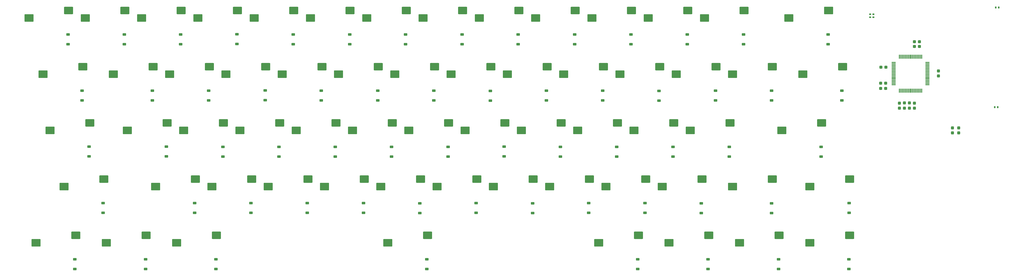
<source format=gbr>
%TF.GenerationSoftware,KiCad,Pcbnew,7.0.7*%
%TF.CreationDate,2023-10-31T18:53:21-05:00*%
%TF.ProjectId,KeyboardPCB,4b657962-6f61-4726-9450-43422e6b6963,rev?*%
%TF.SameCoordinates,Original*%
%TF.FileFunction,Paste,Bot*%
%TF.FilePolarity,Positive*%
%FSLAX46Y46*%
G04 Gerber Fmt 4.6, Leading zero omitted, Abs format (unit mm)*
G04 Created by KiCad (PCBNEW 7.0.7) date 2023-10-31 18:53:21*
%MOMM*%
%LPD*%
G01*
G04 APERTURE LIST*
G04 Aperture macros list*
%AMRoundRect*
0 Rectangle with rounded corners*
0 $1 Rounding radius*
0 $2 $3 $4 $5 $6 $7 $8 $9 X,Y pos of 4 corners*
0 Add a 4 corners polygon primitive as box body*
4,1,4,$2,$3,$4,$5,$6,$7,$8,$9,$2,$3,0*
0 Add four circle primitives for the rounded corners*
1,1,$1+$1,$2,$3*
1,1,$1+$1,$4,$5*
1,1,$1+$1,$6,$7*
1,1,$1+$1,$8,$9*
0 Add four rect primitives between the rounded corners*
20,1,$1+$1,$2,$3,$4,$5,0*
20,1,$1+$1,$4,$5,$6,$7,0*
20,1,$1+$1,$6,$7,$8,$9,0*
20,1,$1+$1,$8,$9,$2,$3,0*%
G04 Aperture macros list end*
%ADD10RoundRect,0.200000X-1.340000X-1.050000X1.340000X-1.050000X1.340000X1.050000X-1.340000X1.050000X0*%
%ADD11RoundRect,0.200000X-1.326500X-1.050000X1.326500X-1.050000X1.326500X1.050000X-1.326500X1.050000X0*%
%ADD12RoundRect,0.201600X-1.338400X-1.058400X1.338400X-1.058400X1.338400X1.058400X-1.338400X1.058400X0*%
%ADD13RoundRect,0.201600X-1.324900X-1.058400X1.324900X-1.058400X1.324900X1.058400X-1.324900X1.058400X0*%
%ADD14RoundRect,0.225000X-0.375000X0.225000X-0.375000X-0.225000X0.375000X-0.225000X0.375000X0.225000X0*%
%ADD15R,1.475000X0.300000*%
%ADD16R,0.300000X1.475000*%
%ADD17RoundRect,0.135000X-0.135000X-0.185000X0.135000X-0.185000X0.135000X0.185000X-0.135000X0.185000X0*%
%ADD18RoundRect,0.237500X-0.237500X0.300000X-0.237500X-0.300000X0.237500X-0.300000X0.237500X0.300000X0*%
%ADD19RoundRect,0.237500X0.237500X-0.300000X0.237500X0.300000X-0.237500X0.300000X-0.237500X-0.300000X0*%
%ADD20RoundRect,0.135000X0.135000X0.185000X-0.135000X0.185000X-0.135000X-0.185000X0.135000X-0.185000X0*%
%ADD21RoundRect,0.237500X-0.300000X-0.237500X0.300000X-0.237500X0.300000X0.237500X-0.300000X0.237500X0*%
%ADD22RoundRect,0.135000X0.185000X-0.135000X0.185000X0.135000X-0.185000X0.135000X-0.185000X-0.135000X0*%
%ADD23RoundRect,0.237500X0.300000X0.237500X-0.300000X0.237500X-0.300000X-0.237500X0.300000X-0.237500X0*%
G04 APERTURE END LIST*
D10*
%TO.C,K39*%
X567035500Y-219964000D03*
D11*
X580479000Y-217424000D03*
%TD*%
D10*
%TO.C,K4*%
X419398000Y-181864000D03*
D11*
X432841500Y-179324000D03*
%TD*%
D10*
%TO.C,K38*%
X547985500Y-219964000D03*
D11*
X561429000Y-217424000D03*
%TD*%
D10*
%TO.C,K32*%
X433685500Y-219964000D03*
D11*
X447129000Y-217424000D03*
%TD*%
D12*
%TO.C,K56*%
X388444260Y-258074000D03*
D11*
X401887760Y-255524000D03*
%TD*%
D10*
%TO.C,K50*%
X538460500Y-239014000D03*
D11*
X551904000Y-236474000D03*
%TD*%
D10*
%TO.C,K46*%
X462260500Y-239014000D03*
D11*
X475704000Y-236474000D03*
%TD*%
D10*
%TO.C,K17*%
X409873000Y-200914000D03*
D11*
X423316500Y-198374000D03*
%TD*%
D10*
%TO.C,K14*%
X619423000Y-181864000D03*
D13*
X632866500Y-179334000D03*
%TD*%
D10*
%TO.C,K2*%
X381298000Y-181864000D03*
D11*
X394741500Y-179324000D03*
%TD*%
D10*
%TO.C,K48*%
X500360500Y-239014000D03*
D11*
X513804000Y-236474000D03*
%TD*%
D10*
%TO.C,K23*%
X524173000Y-200914000D03*
D11*
X537616500Y-198374000D03*
%TD*%
D10*
%TO.C,K1*%
X362248000Y-181864000D03*
D11*
X375691500Y-179324000D03*
%TD*%
D10*
%TO.C,K31*%
X414635500Y-219964000D03*
D11*
X428079000Y-217424000D03*
%TD*%
D10*
%TO.C,K51*%
X557510500Y-239014000D03*
D11*
X570954000Y-236474000D03*
%TD*%
D12*
%TO.C,K54*%
X626508000Y-239024000D03*
D11*
X639951500Y-236474000D03*
%TD*%
D12*
%TO.C,K61*%
X602695500Y-258074000D03*
D11*
X616139000Y-255524000D03*
%TD*%
D10*
%TO.C,K29*%
X369393020Y-219964000D03*
D11*
X382836520Y-217424000D03*
%TD*%
D10*
%TO.C,K33*%
X452735500Y-219964000D03*
D11*
X466179000Y-217424000D03*
%TD*%
D10*
%TO.C,K8*%
X495598000Y-181864000D03*
D11*
X509041500Y-179324000D03*
%TD*%
D10*
%TO.C,K44*%
X424160500Y-239014000D03*
D11*
X437604000Y-236474000D03*
%TD*%
D10*
%TO.C,K3*%
X400348000Y-181864000D03*
D11*
X413791500Y-179324000D03*
%TD*%
D10*
%TO.C,K5*%
X438448000Y-181864000D03*
D11*
X451891500Y-179324000D03*
%TD*%
D10*
%TO.C,K10*%
X533698000Y-181864000D03*
D11*
X547141500Y-179324000D03*
%TD*%
D10*
%TO.C,K28*%
X624185500Y-200914000D03*
D11*
X637629000Y-198374000D03*
%TD*%
D10*
%TO.C,K7*%
X476548000Y-181864000D03*
D11*
X489991500Y-179324000D03*
%TD*%
D12*
%TO.C,K59*%
X555070500Y-258074000D03*
D11*
X568514000Y-255524000D03*
%TD*%
D10*
%TO.C,K11*%
X552748000Y-181864000D03*
D11*
X566191500Y-179324000D03*
%TD*%
D10*
%TO.C,K18*%
X428923000Y-200914000D03*
D11*
X442366500Y-198374000D03*
%TD*%
D10*
%TO.C,K40*%
X586085500Y-219964000D03*
D11*
X599529000Y-217424000D03*
%TD*%
D10*
%TO.C,K16*%
X390823000Y-200914000D03*
D11*
X404266500Y-198374000D03*
%TD*%
D10*
%TO.C,K6*%
X457498000Y-181864000D03*
D11*
X470941500Y-179324000D03*
%TD*%
D10*
%TO.C,K37*%
X528935500Y-219964000D03*
D11*
X542379000Y-217424000D03*
%TD*%
D10*
%TO.C,K35*%
X490835500Y-219964000D03*
D11*
X504279000Y-217424000D03*
%TD*%
D10*
%TO.C,K21*%
X486073000Y-200914000D03*
D11*
X499516500Y-198374000D03*
%TD*%
D10*
%TO.C,K13*%
X590848000Y-181864000D03*
D11*
X604291500Y-179324000D03*
%TD*%
D10*
%TO.C,K53*%
X600373000Y-239014000D03*
D11*
X613816500Y-236474000D03*
%TD*%
D12*
%TO.C,K58*%
X483685500Y-258074000D03*
D11*
X497129000Y-255524000D03*
%TD*%
D10*
%TO.C,K19*%
X447973000Y-200914000D03*
D11*
X461416500Y-198374000D03*
%TD*%
D10*
%TO.C,K47*%
X481310500Y-239014000D03*
D11*
X494754000Y-236474000D03*
%TD*%
D10*
%TO.C,K36*%
X509885500Y-219964000D03*
D11*
X523329000Y-217424000D03*
%TD*%
D10*
%TO.C,K30*%
X395585500Y-219964000D03*
D11*
X409029000Y-217424000D03*
%TD*%
D10*
%TO.C,K15*%
X367010500Y-200914000D03*
D11*
X380454000Y-198374000D03*
%TD*%
D12*
%TO.C,K41*%
X617073500Y-219974000D03*
D11*
X630517000Y-217424000D03*
%TD*%
D10*
%TO.C,K45*%
X443210500Y-239014000D03*
D11*
X456654000Y-236474000D03*
%TD*%
D10*
%TO.C,K22*%
X505123000Y-200914000D03*
D11*
X518566500Y-198374000D03*
%TD*%
D10*
%TO.C,K20*%
X467023000Y-200914000D03*
D11*
X480466500Y-198374000D03*
%TD*%
D12*
%TO.C,K42*%
X374155520Y-239024000D03*
D11*
X387599020Y-236474000D03*
%TD*%
D12*
%TO.C,K62*%
X626508000Y-258074000D03*
D11*
X639951500Y-255524000D03*
%TD*%
D10*
%TO.C,K49*%
X519410500Y-239014000D03*
D11*
X532854000Y-236474000D03*
%TD*%
D10*
%TO.C,K43*%
X405110500Y-239014000D03*
D11*
X418554000Y-236474000D03*
%TD*%
D10*
%TO.C,K52*%
X576560500Y-239014000D03*
D11*
X590004000Y-236474000D03*
%TD*%
D10*
%TO.C,K25*%
X562273000Y-200914000D03*
D11*
X575716500Y-198374000D03*
%TD*%
D12*
%TO.C,K57*%
X412258000Y-258074000D03*
D11*
X425701500Y-255524000D03*
%TD*%
D10*
%TO.C,K26*%
X581323000Y-200914000D03*
D11*
X594766500Y-198374000D03*
%TD*%
D10*
%TO.C,K34*%
X471785500Y-219964000D03*
D11*
X485229000Y-217424000D03*
%TD*%
D10*
%TO.C,K27*%
X600373000Y-200914000D03*
D11*
X613816500Y-198374000D03*
%TD*%
D10*
%TO.C,K24*%
X543223000Y-200914000D03*
D11*
X556666500Y-198374000D03*
%TD*%
D12*
%TO.C,K55*%
X364630520Y-258074000D03*
D11*
X378074020Y-255524000D03*
%TD*%
D12*
%TO.C,K60*%
X578883000Y-258074000D03*
D11*
X592326500Y-255524000D03*
%TD*%
D10*
%TO.C,K12*%
X571798000Y-181864000D03*
D11*
X585241500Y-179324000D03*
%TD*%
D10*
%TO.C,K9*%
X514648000Y-181864000D03*
D11*
X528091500Y-179324000D03*
%TD*%
D14*
%TO.C,D8*%
X408800000Y-225450000D03*
X408800000Y-228750000D03*
%TD*%
D15*
%TO.C,U1*%
X654862000Y-204450000D03*
X654862000Y-203950000D03*
X654862000Y-203450000D03*
X654862000Y-202950000D03*
X654862000Y-202450000D03*
X654862000Y-201950000D03*
X654862000Y-201450000D03*
X654862000Y-200950000D03*
X654862000Y-200450000D03*
X654862000Y-199950000D03*
X654862000Y-199450000D03*
X654862000Y-198950000D03*
X654862000Y-198450000D03*
X654862000Y-197950000D03*
X654862000Y-197450000D03*
X654862000Y-196950000D03*
D16*
X656850000Y-194962000D03*
X657350000Y-194962000D03*
X657850000Y-194962000D03*
X658350000Y-194962000D03*
X658850000Y-194962000D03*
X659350000Y-194962000D03*
X659850000Y-194962000D03*
X660350000Y-194962000D03*
X660850000Y-194962000D03*
X661350000Y-194962000D03*
X661850000Y-194962000D03*
X662350000Y-194962000D03*
X662850000Y-194962000D03*
X663350000Y-194962000D03*
X663850000Y-194962000D03*
X664350000Y-194962000D03*
D15*
X666338000Y-196950000D03*
X666338000Y-197450000D03*
X666338000Y-197950000D03*
X666338000Y-198450000D03*
X666338000Y-198950000D03*
X666338000Y-199450000D03*
X666338000Y-199950000D03*
X666338000Y-200450000D03*
X666338000Y-200950000D03*
X666338000Y-201450000D03*
X666338000Y-201950000D03*
X666338000Y-202450000D03*
X666338000Y-202950000D03*
X666338000Y-203450000D03*
X666338000Y-203950000D03*
X666338000Y-204450000D03*
D16*
X664350000Y-206438000D03*
X663850000Y-206438000D03*
X663350000Y-206438000D03*
X662850000Y-206438000D03*
X662350000Y-206438000D03*
X661850000Y-206438000D03*
X661350000Y-206438000D03*
X660850000Y-206438000D03*
X660350000Y-206438000D03*
X659850000Y-206438000D03*
X659350000Y-206438000D03*
X658850000Y-206438000D03*
X658350000Y-206438000D03*
X657850000Y-206438000D03*
X657350000Y-206438000D03*
X656850000Y-206438000D03*
%TD*%
D14*
%TO.C,D30*%
X496900000Y-263650000D03*
X496900000Y-266950000D03*
%TD*%
%TO.C,D16*%
X432600000Y-187350000D03*
X432600000Y-190650000D03*
%TD*%
%TO.C,D21*%
X451700000Y-187450000D03*
X451700000Y-190750000D03*
%TD*%
%TO.C,D44*%
X532700000Y-244650000D03*
X532700000Y-247950000D03*
%TD*%
%TO.C,D61*%
X604100000Y-187450000D03*
X604100000Y-190750000D03*
%TD*%
D17*
%TO.C,R9*%
X689463000Y-178279000D03*
X690483000Y-178279000D03*
%TD*%
D14*
%TO.C,D11*%
X413600000Y-187450000D03*
X413600000Y-190750000D03*
%TD*%
D18*
%TO.C,C11*%
X656800000Y-210675000D03*
X656800000Y-212400000D03*
%TD*%
D14*
%TO.C,D64*%
X613600000Y-244650000D03*
X613600000Y-247950000D03*
%TD*%
%TO.C,D13*%
X427900000Y-225550000D03*
X427900000Y-228850000D03*
%TD*%
%TO.C,D1*%
X375500000Y-187450000D03*
X375500000Y-190750000D03*
%TD*%
%TO.C,D39*%
X513600000Y-244550000D03*
X513600000Y-247850000D03*
%TD*%
D19*
%TO.C,C4*%
X670000000Y-201500000D03*
X670000000Y-199775000D03*
%TD*%
D14*
%TO.C,D48*%
X561200000Y-225550000D03*
X561200000Y-228850000D03*
%TD*%
%TO.C,D22*%
X461200000Y-206500000D03*
X461200000Y-209800000D03*
%TD*%
%TO.C,D49*%
X551700000Y-244550000D03*
X551700000Y-247850000D03*
%TD*%
%TO.C,D6*%
X394500000Y-187450000D03*
X394500000Y-190750000D03*
%TD*%
%TO.C,D62*%
X613600000Y-206450000D03*
X613600000Y-209750000D03*
%TD*%
%TO.C,D27*%
X480300000Y-206450000D03*
X480300000Y-209750000D03*
%TD*%
%TO.C,D34*%
X494500000Y-244650000D03*
X494500000Y-247950000D03*
%TD*%
%TO.C,D31*%
X489700000Y-187450000D03*
X489700000Y-190750000D03*
%TD*%
D20*
%TO.C,R1*%
X690120000Y-212100000D03*
X689100000Y-212100000D03*
%TD*%
D14*
%TO.C,D19*%
X437400000Y-244550000D03*
X437400000Y-247850000D03*
%TD*%
%TO.C,D54*%
X570700000Y-244600000D03*
X570700000Y-247900000D03*
%TD*%
%TO.C,D53*%
X580200000Y-225550000D03*
X580200000Y-228850000D03*
%TD*%
%TO.C,D59*%
X589800000Y-244650000D03*
X589800000Y-247950000D03*
%TD*%
%TO.C,D4*%
X387300000Y-244600000D03*
X387300000Y-247900000D03*
%TD*%
%TO.C,D23*%
X465900000Y-225550000D03*
X465900000Y-228850000D03*
%TD*%
%TO.C,D10*%
X401700000Y-263650000D03*
X401700000Y-266950000D03*
%TD*%
D21*
%TO.C,C1*%
X650450000Y-205675000D03*
X652175000Y-205675000D03*
%TD*%
D14*
%TO.C,D14*%
X418300000Y-244550000D03*
X418300000Y-247850000D03*
%TD*%
D19*
%TO.C,C7*%
X676900000Y-220800000D03*
X676900000Y-219075000D03*
%TD*%
D21*
%TO.C,C2*%
X650575000Y-198500000D03*
X652300000Y-198500000D03*
%TD*%
D14*
%TO.C,D56*%
X585000000Y-187450000D03*
X585000000Y-190750000D03*
%TD*%
%TO.C,D51*%
X566000000Y-187450000D03*
X566000000Y-190750000D03*
%TD*%
%TO.C,D17*%
X442200000Y-206400000D03*
X442200000Y-209700000D03*
%TD*%
%TO.C,D55*%
X592100000Y-263650000D03*
X592100000Y-266950000D03*
%TD*%
%TO.C,D41*%
X527800000Y-187450000D03*
X527800000Y-190750000D03*
%TD*%
%TO.C,D29*%
X475500000Y-244550000D03*
X475500000Y-247850000D03*
%TD*%
%TO.C,D32*%
X499300000Y-206450000D03*
X499300000Y-209750000D03*
%TD*%
%TO.C,D12*%
X423100000Y-206450000D03*
X423100000Y-209750000D03*
%TD*%
%TO.C,D15*%
X425500000Y-263650000D03*
X425500000Y-266950000D03*
%TD*%
%TO.C,D28*%
X485000000Y-225550000D03*
X485000000Y-228850000D03*
%TD*%
D22*
%TO.C,R3*%
X648000000Y-180590000D03*
X648000000Y-181610000D03*
%TD*%
D14*
%TO.C,D2*%
X380200000Y-206500000D03*
X380200000Y-209800000D03*
%TD*%
D22*
%TO.C,R4*%
X646900000Y-180590000D03*
X646900000Y-181610000D03*
%TD*%
D14*
%TO.C,D33*%
X504100000Y-225550000D03*
X504100000Y-228850000D03*
%TD*%
D18*
%TO.C,C5*%
X661900000Y-210675000D03*
X661900000Y-212400000D03*
%TD*%
D14*
%TO.C,D24*%
X456400000Y-244600000D03*
X456400000Y-247900000D03*
%TD*%
%TO.C,D57*%
X594600000Y-206500000D03*
X594600000Y-209800000D03*
%TD*%
D19*
%TO.C,C6*%
X674800000Y-220825000D03*
X674800000Y-219100000D03*
%TD*%
D14*
%TO.C,D3*%
X382600000Y-225450000D03*
X382600000Y-228750000D03*
%TD*%
%TO.C,D58*%
X599300000Y-225550000D03*
X599300000Y-228850000D03*
%TD*%
%TO.C,D68*%
X630300000Y-225500000D03*
X630300000Y-228800000D03*
%TD*%
%TO.C,D36*%
X508800000Y-187450000D03*
X508800000Y-190750000D03*
%TD*%
D18*
%TO.C,C12*%
X658500000Y-210637500D03*
X658500000Y-212362500D03*
%TD*%
D14*
%TO.C,D60*%
X615900000Y-263650000D03*
X615900000Y-266950000D03*
%TD*%
D18*
%TO.C,C13*%
X660200000Y-210637500D03*
X660200000Y-212362500D03*
%TD*%
D14*
%TO.C,D47*%
X556400000Y-206450000D03*
X556400000Y-209750000D03*
%TD*%
%TO.C,D65*%
X639700000Y-263650000D03*
X639700000Y-266950000D03*
%TD*%
%TO.C,D26*%
X470800000Y-187450000D03*
X470800000Y-190750000D03*
%TD*%
D21*
%TO.C,C14*%
X661875000Y-189900000D03*
X663600000Y-189900000D03*
%TD*%
D14*
%TO.C,D67*%
X637400000Y-206500000D03*
X637400000Y-209800000D03*
%TD*%
%TO.C,D37*%
X518400000Y-206550000D03*
X518400000Y-209850000D03*
%TD*%
%TO.C,D18*%
X446900000Y-225550000D03*
X446900000Y-228850000D03*
%TD*%
%TO.C,D5*%
X377800000Y-263650000D03*
X377800000Y-266950000D03*
%TD*%
%TO.C,D50*%
X568300000Y-263600000D03*
X568300000Y-266900000D03*
%TD*%
D23*
%TO.C,C3*%
X663625000Y-191500000D03*
X661900000Y-191500000D03*
%TD*%
D14*
%TO.C,D52*%
X575500000Y-206550000D03*
X575500000Y-209850000D03*
%TD*%
%TO.C,D69*%
X639800000Y-244550000D03*
X639800000Y-247850000D03*
%TD*%
%TO.C,D7*%
X404000000Y-206450000D03*
X404000000Y-209750000D03*
%TD*%
%TO.C,D42*%
X537400000Y-206450000D03*
X537400000Y-209750000D03*
%TD*%
%TO.C,D66*%
X632700000Y-187450000D03*
X632700000Y-190750000D03*
%TD*%
%TO.C,D43*%
X542100000Y-225550000D03*
X542100000Y-228850000D03*
%TD*%
%TO.C,D38*%
X523100000Y-225450000D03*
X523100000Y-228750000D03*
%TD*%
%TO.C,D46*%
X546900000Y-187450000D03*
X546900000Y-190750000D03*
%TD*%
D21*
%TO.C,C10*%
X650450000Y-203975000D03*
X652175000Y-203975000D03*
%TD*%
M02*

</source>
